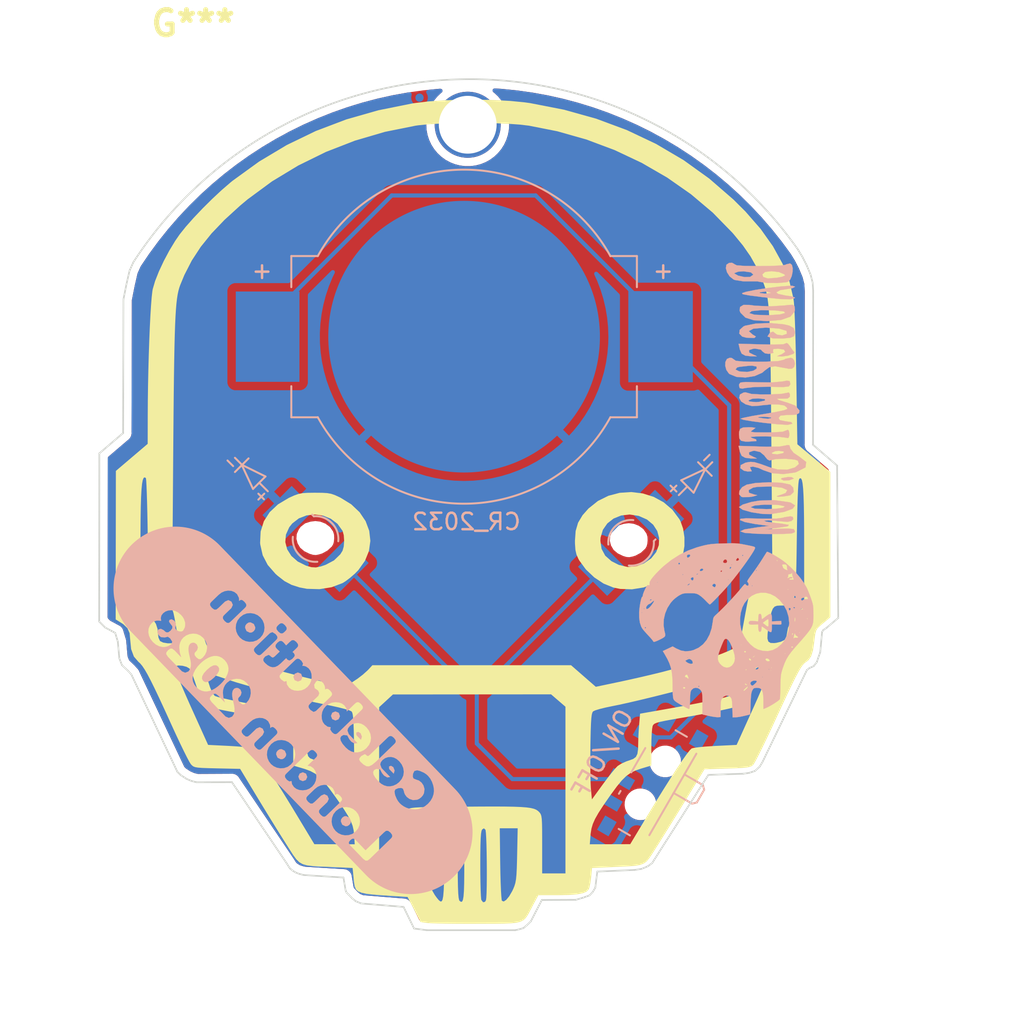
<source format=kicad_pcb>
(kicad_pcb (version 20211014) (generator pcbnew)
  (layers (0 "F.Cu" signal) (31 "B.Cu" signal) (34 "B.Paste" user) (35 "F.Paste" user) (36 "B.SilkS" user "B.Silkscreen") (37 "F.SilkS" user "F.Silkscreen") (38 "B.Mask" user) (39 "F.Mask" user) (44 "Edge.Cuts" user))
  (net 0 "")
  (net 1 "Net-(BT1-Pad1)")
  (net 2 "GND")
  (net 3 "Net-(D1-Pad2)")
  (footprint "BadgePirates:Hole_3.5mm" (layer "F.Cu") (at 150.66 79.22)
    (fp_text reference "REF**" hide)
    (fp_text value "3.5mm")
    (pad "" thru_hole circle (at 0 0) (size 4 4) (drill 3.5) (layers *.Cu *.Mask))
  )
  (footprint "LLK:outline" (layer "F.Cu") (at 151.73 107.91)
    (fp_text reference "G***" (at -17.71 -34.83) (layer "F.SilkS") (effects (font (size 1.524 1.524) (thickness 0.3))))
    (fp_text value "LOGO" hide)
  )
  (footprint "BadgePiratesLogos:BPSkull_Distressed_B.SILK" (layer "F.Cu") (at 166.35 109.85)
    (fp_text reference "G***" hide)
    (fp_text value "BP Logo" hide)
  )
  (footprint "BadgePirates:LED_Osram_Lx_P47F_D2mm_ReverseMount_Proper_Mask Only" (layer "F.Cu") (at 141.44 104.32 135)
    (fp_text reference "D1" hide)
    (fp_text value "LED")
    (pad "1" smd rect (at 2.3 0 135) (size 2 2.5) (layers "B.Cu") (net 2 "GND"))
    (pad "2" smd rect (at -2.3 0 135) (size 2 2.5) (layers "B.Cu") (net 3 "Net-(D1-Pad2)"))
  )
  (footprint "BadgePirates:LED_Osram_Lx_P47F_D2mm_ReverseMount_Proper_Mask Only" (layer "F.Cu") (at 160.557355 104.549758 45)
    (fp_text reference "D2" hide)
    (fp_text value "LED")
    (pad "1" smd rect (at 2.3 0 45) (size 2 2.5) (layers "B.Cu") (net 2 "GND"))
    (pad "2" smd rect (at -2.3 0 45) (size 2 2.5) (layers "B.Cu") (net 3 "Net-(D1-Pad2)"))
  )
  (footprint "BadgePiratesLogos:BadgePiratesURL_B.SLK" (layer "F.Cu") (at 169.425 95.8 90)
    (fp_text reference "G***" hide)
    (fp_text value "LOGO" hide)
  )
  (footprint "Fiducial:Fiducial_0.5mm_Mask1mm" (layer "B.Cu") (at 172.11 100.3 180)
    (fp_text reference "REF**" hide)
    (fp_text value "Fiducial_0.5mm_Mask1mm")
    (pad "" smd circle (at 0 0 180) (size 0.5 0.5) (layers "B.Cu" "B.Mask") (clearance 0.25))
  )
  (footprint "Fiducial:Fiducial_0.5mm_Mask1mm" (layer "B.Cu") (at 147.74 77.58 180)
    (fp_text reference "REF**" hide)
    (fp_text value "Fiducial_0.5mm_Mask1mm")
    (pad "" smd circle (at 0 0 180) (size 0.5 0.5) (layers "B.Cu" "B.Mask") (clearance 0.25))
  )
  (footprint "BadgePirates:BatteryHolder_MPD_BC2003_1x2032_Fixed" (layer "B.Cu") (at 150.44 92.06)
    (fp_text reference "BT1" hide)
    (fp_text value "Battery_Cell")
    (fp_text user "+" (at 12.065 -4.0132) (layer "B.SilkS") (effects (justify mirror)))
    (fp_text user "+" (at -12.2428 -4.0132) (layer "B.SilkS") (effects (justify mirror)))
    (fp_text user "CR_2032" (at 0.14 11.21) (layer "B.SilkS") (effects (justify mirror)))
    (pad "1" smd rect (at -11.905 0) (size 3.8578 5.4724) (layers "B.Cu" "B.Paste" "B.Mask") (net 1 "Net-(BT1-Pad1)"))
    (pad "1" smd rect (at 11.905 0) (size 3.9086 5.5232) (layers "B.Cu" "B.Paste" "B.Mask") (net 1 "Net-(BT1-Pad1)"))
    (pad "2" smd circle (at 0 0) (size 16.459512 16.459512) (layers "B.Cu" "B.Paste" "B.Mask") (net 2 "GND"))
  )
  (footprint "BadgePirates:SW_SPDT_PCM12" (layer "B.Cu") (at 161.59 118.93 -120)
    (fp_text reference "ON/OFF" (at 0 3.2 60) (layer "B.SilkS") (effects (justify mirror)))
    (fp_text value "SW_SPST" hide)
    (pad "" smd rect locked (at -3.65 0.78 240) (size 1 0.8) (layers "B.Cu" "B.Paste" "B.Mask"))
    (pad "" np_thru_hole circle locked (at 1.5 -0.33 240) (size 0.9 0.9) (drill 0.9) (layers *.Cu *.Mask))
    (pad "" smd rect locked (at 3.65 0.78 240) (size 1 0.8) (layers "B.Cu" "B.Paste" "B.Mask"))
    (pad "" np_thru_hole circle locked (at -1.5 -0.33 240) (size 0.9 0.9) (drill 0.9) (layers *.Cu *.Mask))
    (pad "" smd rect locked (at -3.65 -1.43 240) (size 1 0.8) (layers "B.Cu" "B.Paste" "B.Mask"))
    (pad "" smd rect locked (at 3.65 -1.43 240) (size 1 0.8) (layers "B.Cu" "B.Paste" "B.Mask"))
    (pad "1" smd rect locked (at -2.25 1.43 240) (size 0.7 1.5) (layers "B.Cu" "B.Paste" "B.Mask") (net 1 "Net-(BT1-Pad1)"))
    (pad "2" smd rect locked (at 0.75 1.43 240) (size 0.7 1.5) (layers "B.Cu" "B.Paste" "B.Mask") (net 3 "Net-(D1-Pad2)"))
    (pad "3" smd rect locked (at 2.25 1.43 240) (size 0.7 1.5) (layers "B.Cu" "B.Paste" "B.Mask"))
  )
  (footprint "Fiducial:Fiducial_0.5mm_Mask1mm" (layer "B.Cu") (at 148.17 126.99 180)
    (fp_text reference "REF**" hide)
    (fp_text value "Fiducial_0.5mm_Mask1mm")
    (pad "" smd circle (at 0 0 180) (size 0.5 0.5) (layers "B.Cu" "B.Mask") (clearance 0.25))
  )
  (footprint "kibuzzard-639739B8" (layer "B.Cu") (at 140.075 114.7 134)
    (fp_text reference "kibuzzard-639739B8" hide)
    (fp_text value "G***" hide)
  )
  (gr_line (start 171.62 112.02) (end 171.81 111.78) (layer "Edge.Cuts") (width 0.1))
  (gr_line (start 171.43 88.29) (end 171.56 88.79) (layer "Edge.Cuts") (width 0.1))
  (gr_line (start 170.94 87.23) (end 171.19 87.72) (layer "Edge.Cuts") (width 0.1))
  (gr_line (start 154.04 127.89) (end 154.23 127.73) (layer "Edge.Cuts") (width 0.1))
  (gr_line (start 171.58 98.61) (end 171.59 89.29) (layer "Edge.Cuts") (width 0.1))
  (gr_line (start 155.15 126.19) (end 157.21 126.18) (layer "Edge.Cuts") (width 0.1))
  (gr_line (start 158.51 124.47) (end 160.77 124.37) (layer "Edge.Cuts") (width 0.1))
  (gr_line (start 140.26 124.54) (end 140.49 124.62) (layer "Edge.Cuts") (width 0.1))
  (gr_line (start 172.13 109.95) (end 172.2 109.84) (layer "Edge.Cuts") (width 0.1))
  (gr_line (start 158.23 125.71) (end 158.39 125.44) (layer "Edge.Cuts") (width 0.1))
  (gr_line (start 128.69 109.68) (end 129.3 110.01) (layer "Edge.Cuts") (width 0.1))
  (gr_line (start 146.77 126.61) (end 147.41 127.92) (layer "Edge.Cuts") (width 0.1))
  (gr_line (start 171.9 111.51) (end 172.02 111.17) (layer "Edge.Cuts") (width 0.1))
  (gr_line (start 133.07 118.43) (end 133.28 118.63) (layer "Edge.Cuts") (width 0.1))
  (gr_line (start 130.4 87.55) (end 130.17 88.06) (layer "Edge.Cuts") (width 0.1))
  (gr_line (start 172.39 109.71) (end 173.11 109.1) (layer "Edge.Cuts") (width 0.1))
  (gr_line (start 143.13 124.83) (end 143.26 125.6) (layer "Edge.Cuts") (width 0.1))
  (gr_line (start 165.24 118.61) (end 167.36 118.54) (layer "Edge.Cuts") (width 0.1))
  (gr_line (start 153.77 127.97) (end 154.04 127.89) (layer "Edge.Cuts") (width 0.1))
  (gr_line (start 173.04 99.87) (end 171.58 98.61) (layer "Edge.Cuts") (width 0.1))
  (gr_line (start 133.62 118.85) (end 133.92 118.98) (layer "Edge.Cuts") (width 0.1))
  (gr_line (start 171.19 87.72) (end 171.43 88.29) (layer "Edge.Cuts") (width 0.1))
  (gr_line (start 140.49 124.62) (end 140.74 124.68) (layer "Edge.Cuts") (width 0.1))
  (gr_line (start 171.36 112.14) (end 171.62 112.02) (layer "Edge.Cuts") (width 0.1))
  (gr_line (start 170.66 86.77) (end 170.94 87.23) (layer "Edge.Cuts") (width 0.1))
  (gr_line (start 128.33 109.32) (end 128.69 109.68) (layer "Edge.Cuts") (width 0.1))
  (gr_line (start 168.52 117.83) (end 171.21 112.26) (layer "Edge.Cuts") (width 0.1))
  (gr_line (start 144.2 126.4) (end 146.77 126.61) (layer "Edge.Cuts") (width 0.1))
  (gr_line (start 161.84 123.95) (end 161.95 123.77) (layer "Edge.Cuts") (width 0.1))
  (gr_line (start 153.54 128.02) (end 153.77 127.97) (layer "Edge.Cuts") (width 0.1))
  (gr_line (start 173.11 109.1) (end 173.04 99.87) (layer "Edge.Cuts") (width 0.1))
  (gr_line (start 171.81 111.78) (end 171.9 111.51) (layer "Edge.Cuts") (width 0.1))
  (gr_line (start 143.43 125.85) (end 143.66 126.09) (layer "Edge.Cuts") (width 0.1))
  (gr_line (start 167.71 118.49) (end 168.07 118.37) (layer "Edge.Cuts") (width 0.1))
  (gr_line (start 161.95 123.77) (end 165.24 118.61) (layer "Edge.Cuts") (width 0.1))
  (gr_line (start 129.55 111.55) (end 129.71 111.96) (layer "Edge.Cuts") (width 0.1))
  (gr_line (start 128.34 99.13) (end 128.33 109.32) (layer "Edge.Cuts") (width 0.1))
  (gr_line (start 139.88 124.27) (end 140.05 124.41) (layer "Edge.Cuts") (width 0.1))
  (gr_line (start 168.35 118.11) (end 168.52 117.83) (layer "Edge.Cuts") (width 0.1))
  (gr_line (start 143.66 126.09) (end 143.87 126.26) (layer "Edge.Cuts") (width 0.1))
  (gr_line (start 168.07 118.37) (end 168.35 118.11) (layer "Edge.Cuts") (width 0.1))
  (gr_line (start 129.98 88.89) (end 129.8 89.8) (layer "Edge.Cuts") (width 0.1))
  (gr_line (start 148.18 128.02) (end 153.54 128.02) (layer "Edge.Cuts") (width 0.1))
  (gr_line (start 154.48 127.49) (end 155.15 126.19) (layer "Edge.Cuts") (width 0.1))
  (gr_line (start 171.56 88.79) (end 171.59 89.29) (layer "Edge.Cuts") (width 0.1))
  (gr_line (start 161.57 124.15) (end 161.84 123.95) (layer "Edge.Cuts") (width 0.1))
  (gr_line (start 158.39 125.44) (end 158.51 124.47) (layer "Edge.Cuts") (width 0.1))
  (gr_line (start 147.41 127.92) (end 148.18 128.02) (layer "Edge.Cuts") (width 0.1))
  (gr_arc (start 130.4 87.55) (mid 150.322774 76.46398) (end 170.66 86.77) (layer "Edge.Cuts") (width 0.1))
  (gr_line (start 157.65 126.05) (end 158.04 125.91) (layer "Edge.Cuts") (width 0.1))
  (gr_line (start 172.2 109.84) (end 172.39 109.71) (layer "Edge.Cuts") (width 0.1))
  (gr_line (start 139.69 123.97) (end 139.88 124.27) (layer "Edge.Cuts") (width 0.1))
  (gr_line (start 140.74 124.68) (end 143.13 124.83) (layer "Edge.Cuts") (width 0.1))
  (gr_line (start 134.24 119.06) (end 136.37 119.05) (layer "Edge.Cuts") (width 0.1))
  (gr_line (start 154.23 127.73) (end 154.48 127.49) (layer "Edge.Cuts") (width 0.1))
  (gr_line (start 129.71 111.96) (end 130.09 112.32) (layer "Edge.Cuts") (width 0.1))
  (gr_line (start 157.21 126.18) (end 157.65 126.05) (layer "Edge.Cuts") (width 0.1))
  (gr_line (start 133.92 118.98) (end 134.24 119.06) (layer "Edge.Cuts") (width 0.1))
  (gr_line (start 158.04 125.91) (end 158.23 125.71) (layer "Edge.Cuts") (width 0.1))
  (gr_line (start 143.87 126.26) (end 144.2 126.4) (layer "Edge.Cuts") (width 0.1))
  (gr_line (start 136.37 119.05) (end 139.69 123.97) (layer "Edge.Cuts") (width 0.1))
  (gr_line (start 133.28 118.63) (end 133.62 118.85) (layer "Edge.Cuts") (width 0.1))
  (gr_line (start 129.3 110.01) (end 129.46 110.54) (layer "Edge.Cuts") (width 0.1))
  (gr_line (start 171.21 112.26) (end 171.36 112.14) (layer "Edge.Cuts") (width 0.1))
  (gr_line (start 161.18 124.31) (end 161.57 124.15) (layer "Edge.Cuts") (width 0.1))
  (gr_line (start 130.09 112.32) (end 130.28 112.53) (layer "Edge.Cuts") (width 0.1))
  (gr_line (start 143.31 125.73) (end 143.43 125.85) (layer "Edge.Cuts") (width 0.1))
  (gr_line (start 143.26 125.6) (end 143.31 125.73) (layer "Edge.Cuts") (width 0.1))
  (gr_line (start 160.77 124.37) (end 161.18 124.31) (layer "Edge.Cuts") (width 0.1))
  (gr_line (start 129.46 110.54) (end 129.55 111.55) (layer "Edge.Cuts") (width 0.1))
  (gr_line (start 129.78 97.9) (end 128.34 99.13) (layer "Edge.Cuts") (width 0.1))
  (gr_line (start 130.17 88.06) (end 129.98 88.89) (layer "Edge.Cuts") (width 0.1))
  (gr_line (start 130.28 112.53) (end 133.07 118.43) (layer "Edge.Cuts") (width 0.1))
  (gr_line (start 172.02 111.17) (end 172.13 109.95) (layer "Edge.Cuts") (width 0.1))
  (gr_line (start 167.36 118.54) (end 167.71 118.49) (layer "Edge.Cuts") (width 0.1))
  (gr_line (start 140.05 124.41) (end 140.26 124.54) (layer "Edge.Cuts") (width 0.1))
  (gr_line (start 129.8 89.8) (end 129.78 97.9) (layer "Edge.Cuts") (width 0.1))
  (segment (start 166.5 112.80755) (end 166.5 96.215) (width 0.25) (layer "B.Cu") (net 1))
  (segment (start 162.97053 116.33702) (end 166.5 112.80755) (width 0.25) (layer "B.Cu") (net 1))
  (segment (start 162.345 91.075) (end 162.345 92.06) (width 0.25) (layer "B.Cu") (net 1))
  (segment (start 161.476584 116.266443) (end 161.547161 116.33702) (width 0.25) (layer "B.Cu") (net 1))
  (segment (start 138.535 92.06) (end 138.535 91.025) (width 0.25) (layer "B.Cu") (net 1))
  (segment (start 166.5 96.215) (end 162.345 92.06) (width 0.25) (layer "B.Cu") (net 1))
  (segment (start 161.547161 116.33702) (end 162.97053 116.33702) (width 0.25) (layer "B.Cu") (net 1))
  (segment (start 146.054756 83.505244) (end 154.775244 83.505244) (width 0.25) (layer "B.Cu") (net 1))
  (segment (start 138.535 91.025) (end 146.054756 83.505244) (width 0.25) (layer "B.Cu") (net 1))
  (segment (start 154.775244 83.505244) (end 162.345 91.075) (width 0.25) (layer "B.Cu") (net 1))
  (segment (start 151.292692 92.06) (end 150.44 92.06) (width 0.25) (layer "B.Cu") (net 2))
  (segment (start 150.44 92.067308) (end 150.44 92.06) (width 0.25) (layer "B.Cu") (net 2))
  (segment (start 153.364519 118.864519) (end 151.21 116.71) (width 0.25) (layer "B.Cu") (net 3))
  (segment (start 143.511346 106.221346) (end 150.71 113.42) (width 0.25) (layer "B.Cu") (net 3))
  (segment (start 151.49 113.42) (end 151.55 113.42) (width 0.25) (layer "B.Cu") (net 3))
  (segment (start 159.976584 118.864519) (end 153.364519 118.864519) (width 0.25) (layer "B.Cu") (net 3))
  (segment (start 158.843654 106.126346) (end 158.843654 106.116346) (width 0.25) (layer "B.Cu") (net 3))
  (segment (start 151.21 116.71) (end 151.21 113.43) (width 0.25) (layer "B.Cu") (net 3))
  (segment (start 150.71 113.42) (end 151.54 113.42) (width 0.25) (layer "B.Cu") (net 3))
  (segment (start 151.55 113.42) (end 158.843654 106.126346) (width 0.25) (layer "B.Cu") (net 3))
  (zone (net 0) (net_name "") (layers "F.Cu" "Edge.Cuts") (connect_pads (clearance 0)) (min_thickness 0.254)
    (keepout (tracks allowed) (vias allowed) (pads allowed) (copperpour not_allowed) (footprints allowed))
    (fill (thermal_gap 0.508) (thermal_bridge_width 0.508))
    (polygon (pts (xy 160.73 103.4) (xy 161.03 103.52) (xy 161.3 103.72) (xy 161.49 103.99) (xy 161.55 104.18) (xy 161.56 104.4) (xy 161.54 104.61) (xy 161.5 104.76) (xy 161.42 104.9) (xy 161.15 105.15) (xy 160.84 105.32) (xy 160.69 105.37) (xy 160.46 105.42) (xy 160.29 105.41) (xy 160.08 105.35) (xy 159.75 105.19) (xy 159.5 104.98) (xy 159.34 104.71) (xy 159.27 104.44) (xy 159.29 104.15) (xy 159.42 103.86) (xy 159.53 103.71) (xy 159.8 103.5) (xy 159.99 103.44) (xy 160.11 103.4) (xy 160.42 103.36)))
  )
  (zone (net 0) (net_name "") (layer "F.Cu") (connect_pads (clearance 0.508)) (min_thickness 0.254) (fill yes (thermal_gap 0.508) (thermal_bridge_width 0.508))
    (polygon (pts (xy 183.96 133.06) (xy 125.17 133.73) (xy 126.64 74.82) (xy 183.11 73.97)))
  )
  (zone (net 0) (net_name "") (layers "F.Cu" "Edge.Cuts") (connect_pads (clearance 0)) (min_thickness 0.254)
    (keepout (tracks allowed) (vias allowed) (pads allowed) (copperpour not_allowed) (footprints allowed))
    (fill (thermal_gap 0.508) (thermal_bridge_width 0.508))
    (polygon (pts (xy 141.74 103.27) (xy 142.04 103.39) (xy 142.31 103.59) (xy 142.5 103.86) (xy 142.56 104.05) (xy 142.57 104.27) (xy 142.55 104.48) (xy 142.51 104.63) (xy 142.43 104.77) (xy 142.16 105.02) (xy 141.85 105.19) (xy 141.7 105.24) (xy 141.47 105.29) (xy 141.3 105.28) (xy 141.09 105.22) (xy 140.76 105.06) (xy 140.51 104.85) (xy 140.35 104.58) (xy 140.28 104.31) (xy 140.3 104.02) (xy 140.43 103.73) (xy 140.54 103.58) (xy 140.81 103.37) (xy 141 103.31) (xy 141.12 103.27) (xy 141.43 103.23)))
  )
  (zone (net 0) (net_name "") (layer "B.Cu") (connect_pads (clearance 0)) (min_thickness 0.254)
    (keepout (tracks allowed) (vias allowed) (pads allowed) (copperpour not_allowed) (footprints allowed))
    (fill (thermal_gap 0.508) (thermal_bridge_width 0.508))
    (polygon (pts (xy 160.472696 102.831204) (xy 162.312696 104.691204) (xy 160.622696 106.301204) (xy 159.632696 105.251204) (xy 158.882696 104.461204)))
  )
  (zone (net 0) (net_name "") (layer "B.Cu") (connect_pads (clearance 0)) (min_thickness 0.254)
    (keepout (tracks allowed) (vias allowed) (pads allowed) (copperpour not_allowed) (footprints allowed))
    (fill (thermal_gap 0.508) (thermal_bridge_width 0.508))
    (polygon (pts (xy 143.17 104.23) (xy 141.31 106.07) (xy 139.7 104.38) (xy 140.75 103.39) (xy 141.54 102.64)))
  )
  (zone (net 2) (net_name "GND") (layer "B.Cu") (connect_pads (clearance 0.508)) (min_thickness 0.254) (fill yes (thermal_gap 0.508) (thermal_bridge_width 0.508))
    (polygon (pts (xy 182.35 74.82) (xy 182.23 131.11) (xy 122.32 131.4) (xy 125.81 76) (xy 150.26 74.66)))
  )
)
</source>
